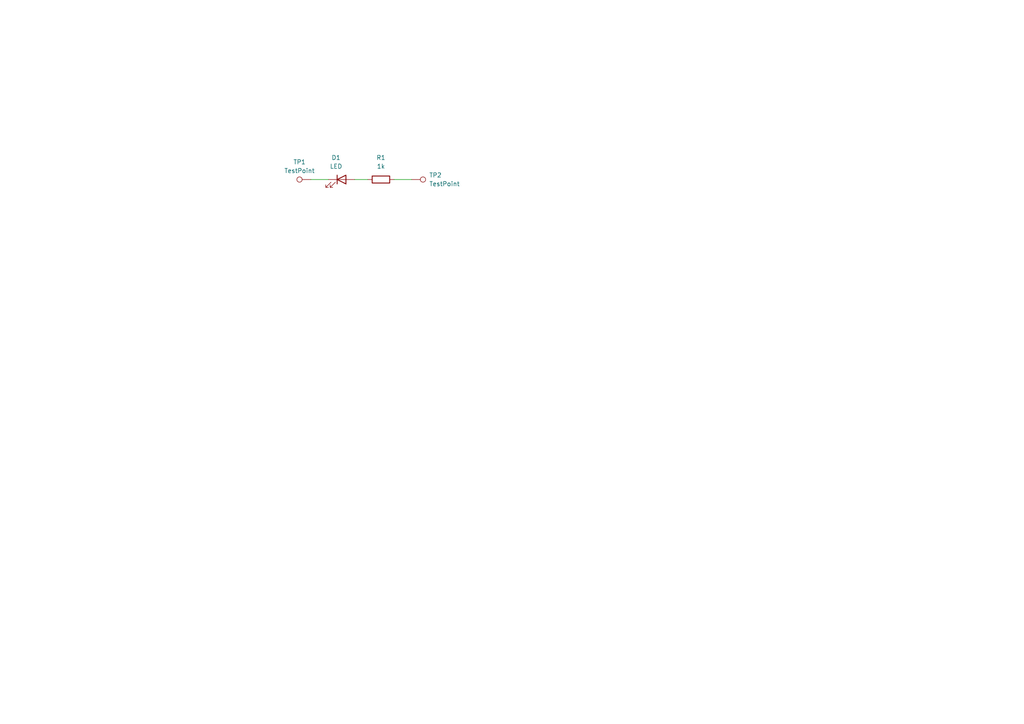
<source format=kicad_sch>
(kicad_sch (version 20250114) (generator "eeschema") (generator_version "9.0")
  (paper "A4")
  (lib_symbols
    (symbol "Connector:TestPoint" (pin_numbers (hide yes)) (pin_names (offset 0.762) (hide yes))
      (property "Reference" "TP" (at 0 6.858 0))
      (property "Value" "TestPoint" (at 0 5.08 0))
      (symbol "TestPoint_0_1"
        (circle (center 0 3.302) (radius 0.762))
      )
      (symbol "TestPoint_1_1"
        (pin passive line (at 0 0 90) (length 2.54) (name "1") (number "1"))
      )
    )
    (symbol "Device:LED" (pin_numbers (hide yes)) (pin_names (offset 1.016) (hide yes))
      (property "Reference" "D" (at 0 2.54 0))
      (property "Value" "LED" (at 0 -2.54 0))
      (symbol "LED_0_1"
        (polyline (pts (xy -3.048 -0.762) (xy -4.572 -2.286) (xy -3.81 -2.286) (xy -4.572 -2.286) (xy -4.572 -1.524)))
        (polyline (pts (xy -1.778 -0.762) (xy -3.302 -2.286) (xy -2.54 -2.286) (xy -3.302 -2.286) (xy -3.302 -1.524)))
        (polyline (pts (xy -1.27 0) (xy 1.27 0)))
        (polyline (pts (xy -1.27 -1.27) (xy -1.27 1.27)) (stroke (width 0.254)))
        (polyline (pts (xy 1.27 -1.27) (xy 1.27 1.27) (xy -1.27 0) (xy 1.27 -1.27)) (stroke (width 0.254)))
      )
      (symbol "LED_1_1"
        (pin passive line (at -3.81 0 0) (length 2.54) (name "K") (number "1"))
        (pin passive line (at 3.81 0 180) (length 2.54) (name "A") (number "2"))
      )
    )
    (symbol "Device:R" (pin_numbers (hide yes)) (pin_names (offset 0))
      (property "Reference" "R" (at 2.032 0 90))
      (property "Value" "R" (at 0 0 90))
      (symbol "R_0_1"
        (rectangle (start -1.016 -2.54) (end 1.016 2.54) (stroke (width 0.254)))
      )
      (symbol "R_1_1"
        (pin passive line (at 0 3.81 270) (length 1.27) (name "~") (number "1"))
        (pin passive line (at 0 -3.81 90) (length 1.27) (name "~") (number "2"))
      )
    )
  )
  (wire (pts (xy 90.17 52.07) (xy 95.25 52.07)))
  (wire (pts (xy 114.3 52.07) (xy 119.38 52.07)))
  (wire (pts (xy 102.87 52.07) (xy 106.68 52.07)))
  (symbol (lib_id "Device:LED") (at 99.06 52.07 0) (unit 1)
    (property "Reference" "D1" (at 97.4725 45.72 0))
    (property "Value" "LED" (at 97.4725 48.26 0))
    (property "Footprint" "LED_THT:LED_D5.0mm" (effects (hide yes)))
    (property "Description" "Light emitting diode" (effects (hide yes)))
    (property "Sim.Pins" "1=K 2=A" (effects (hide yes)))
  )
  (symbol (lib_id "Device:R") (at 110.49 52.07 90) (unit 1)
    (property "Reference" "R1" (at 110.49 45.72 90))
    (property "Value" "1k" (at 110.49 48.26 90))
    (property "Footprint" "Resistor_THT:R_Axial_DIN0204_L3.6mm_D1.6mm_P5.08mm_Horizontal" (effects (hide yes)))
    (property "Description" "Resistor" (effects (hide yes)))
  )
  (symbol (lib_id "Connector:TestPoint") (at 119.38 52.07 270) (unit 1)
    (property "Reference" "TP2" (at 124.46 50.7999 90) (effects (justify left)))
    (property "Value" "TestPoint" (at 124.46 53.3399 90) (effects (justify left)))
    (property "Footprint" "Connector_PinHeader_2.54mm:PinHeader_1x01_P2.54mm_Vertical" (effects (hide yes)))
    (property "Description" "test point" (effects (hide yes)))
  )
  (symbol (lib_id "Connector:TestPoint") (at 90.17 52.07 90) (unit 1)
    (property "Reference" "TP1" (at 86.868 46.99 90))
    (property "Value" "TestPoint" (at 86.868 49.53 90))
    (property "Footprint" "Connector_PinHeader_2.54mm:PinHeader_1x01_P2.54mm_Vertical" (effects (hide yes)))
    (property "Description" "test point" (effects (hide yes)))
  )
)
</source>
